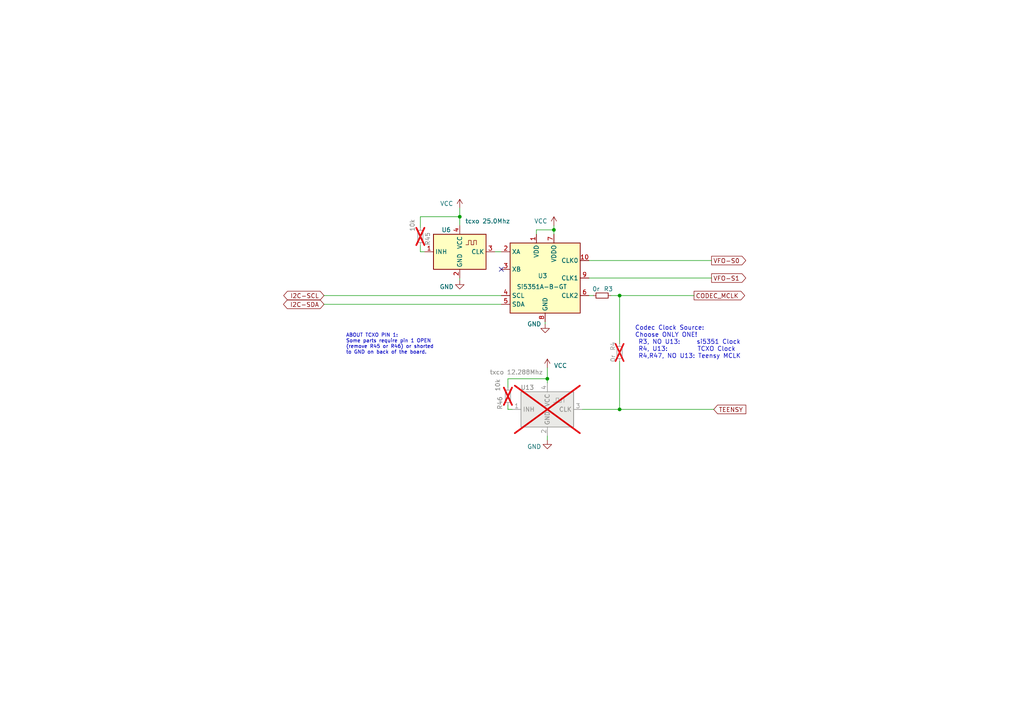
<source format=kicad_sch>
(kicad_sch (version 20230121) (generator eeschema)
  (paper "A4")
  (title_block (title "HF IQ Transceiver PiggyBack for Pi (not a hat)") (date "2024-01-21") (rev "2.0-1") (company "AE0GL: Mario P. Vano") (comment 1 "Sheet 1: Power Supplies, Headset and GPIO"))
  (lib_symbols
    (symbol "Device:R_Small" (pin_numbers hide) (pin_names (offset 0.254) hide)
      (property "Reference" "R" (at 0.762 0.508 0))
      (property "Value" "R_Small" (at 0.762 -1.016 0))
      (symbol "R_Small_0_1"
        (rectangle (start -0.762 1.778) (end 0.762 -1.778) (stroke (width 0.2032)))
      )
      (symbol "R_Small_1_1"
        (pin passive line (at 0 2.54 270) (length 0.762) (name "~") (number "1"))
        (pin passive line (at 0 -2.54 90) (length 0.762) (name "~") (number "2"))
      )
    )
    (symbol "Oscillator:KC2520Z"
      (property "Reference" "U" (at 2.54 12.7 0))
      (property "Value" "KC2520Z" (at 6.35 10.16 0))
      (symbol "KC2520Z_0_1"
        (rectangle (start -7.62 5.08) (end 7.62 -5.08) (stroke (width 0.254)) (fill (type background)))
      )
      (symbol "KC2520Z_1_1"
        (polyline (pts (xy 1.778 2.032) (xy 2.54 2.032) (xy 2.54 3.302) (xy 3.302 3.302) (xy 3.302 2.032) (xy 4.064 2.032) (xy 4.064 3.302) (xy 4.826 3.302) (xy 4.826 2.032)))
        (pin input line (at -10.16 0 0) (length 2.54) (name "INH") (number "1"))
        (pin power_in line (at 0 -7.62 90) (length 2.54) (name "GND") (number "2"))
        (pin output line (at 10.16 0 180) (length 2.54) (name "CLK") (number "3"))
        (pin power_in line (at 0 7.62 270) (length 2.54) (name "VCC") (number "4"))
      )
    )
    (symbol "Oscillator:Si5351A-B-GT"
      (property "Reference" "U" (at -8.89 11.43 0))
      (property "Value" "Si5351A-B-GT" (at -12.7 -12.7 0))
      (symbol "Si5351A-B-GT_0_1"
        (rectangle (start -10.16 10.16) (end 10.16 -10.16) (stroke (width 0.254)) (fill (type background)))
      )
      (symbol "Si5351A-B-GT_1_1"
        (pin power_in line (at -2.54 12.7 270) (length 2.54) (name "VDD") (number "1"))
        (pin output line (at 12.7 5.08 180) (length 2.54) (name "CLK0") (number "10"))
        (pin input line (at -12.7 7.62 0) (length 2.54) (name "XA") (number "2"))
        (pin input line (at -12.7 2.54 0) (length 2.54) (name "XB") (number "3"))
        (pin input line (at -12.7 -5.08 0) (length 2.54) (name "SCL") (number "4"))
        (pin bidirectional line (at -12.7 -7.62 0) (length 2.54) (name "SDA") (number "5"))
        (pin output line (at 12.7 -5.08 180) (length 2.54) (name "CLK2") (number "6"))
        (pin power_in line (at 2.54 12.7 270) (length 2.54) (name "VDDO") (number "7"))
        (pin power_in line (at 0 -12.7 90) (length 2.54) (name "GND") (number "8"))
        (pin output line (at 12.7 0 180) (length 2.54) (name "CLK1") (number "9"))
      )
    )
    (symbol "power:GND" (power) (pin_names (offset 0))
      (property "Value" "GND" (at 0 -3.81 0))
      (symbol "GND_0_1"
        (polyline (pts (xy 0 0) (xy 0 -1.27) (xy 1.27 -1.27) (xy 0 -2.54) (xy -1.27 -1.27) (xy 0 -1.27)))
      )
      (symbol "GND_1_1"
        (pin power_in line (at 0 0 270) (length 0) hide (name "GND") (number "1"))
      )
    )
    (symbol "power:VCC" (power) (pin_names (offset 0))
      (property "Value" "VCC" (at 0 3.81 0))
      (symbol "VCC_0_1"
        (polyline (pts (xy -0.762 1.27) (xy 0 2.54)))
        (polyline (pts (xy 0 0) (xy 0 2.54)))
        (polyline (pts (xy 0 2.54) (xy 0.762 1.27)))
      )
      (symbol "VCC_1_1"
        (pin power_in line (at 0 0 90) (length 0) hide (name "VCC") (number "1"))
      )
    )
  )
  (junction (at 133.35 62.865))
  (junction (at 179.705 118.745))
  (junction (at 179.705 85.725))
  (junction (at 160.655 66.675))
  (junction (at 158.75 109.855))
  (no_connect (at 145.415 78.105))
  (wire (pts (xy 147.32 109.855) (xy 158.75 109.855)))
  (wire (pts (xy 168.91 118.745) (xy 179.705 118.745)))
  (wire (pts (xy 148.59 118.745) (xy 147.32 118.745)))
  (wire (pts (xy 160.655 66.675) (xy 160.655 65.405)))
  (wire (pts (xy 179.705 118.745) (xy 207.01 118.745)))
  (wire (pts (xy 147.32 112.395) (xy 147.32 109.855)))
  (wire (pts (xy 155.575 66.675) (xy 155.575 67.945)))
  (wire (pts (xy 158.75 109.855) (xy 158.75 111.125)))
  (wire (pts (xy 160.655 66.675) (xy 160.655 67.945)))
  (wire (pts (xy 179.705 85.725) (xy 201.295 85.725)))
  (wire (pts (xy 170.815 75.565) (xy 206.375 75.565)))
  (wire (pts (xy 160.655 66.675) (xy 155.575 66.675)))
  (wire (pts (xy 158.75 106.68) (xy 158.75 109.855)))
  (wire (pts (xy 121.92 71.12) (xy 121.92 73.025)))
  (wire (pts (xy 179.705 85.725) (xy 177.165 85.725)))
  (wire (pts (xy 133.35 60.325) (xy 133.35 62.865)))
  (wire (pts (xy 170.815 80.645) (xy 206.375 80.645)))
  (wire (pts (xy 143.51 73.025) (xy 145.415 73.025)))
  (wire (pts (xy 93.98 88.265) (xy 145.415 88.265)))
  (wire (pts (xy 147.32 117.475) (xy 147.32 118.745)))
  (wire (pts (xy 121.92 66.04) (xy 121.92 62.865)))
  (wire (pts (xy 121.92 62.865) (xy 133.35 62.865)))
  (wire (pts (xy 133.35 62.865) (xy 133.35 65.405)))
  (wire (pts (xy 123.19 73.025) (xy 121.92 73.025)))
  (wire (pts (xy 179.705 104.775) (xy 179.705 118.745)))
  (wire (pts (xy 133.35 80.645) (xy 133.35 81.28)))
  (wire (pts (xy 93.98 85.725) (xy 145.415 85.725)))
  (wire (pts (xy 170.815 85.725) (xy 172.085 85.725)))
  (wire (pts (xy 179.705 85.725) (xy 179.705 99.695)))
  (wire (pts (xy 158.115 93.345) (xy 158.115 93.98)))
  (wire (pts (xy 158.75 126.365) (xy 158.75 127.635)))
  (text "ABOUT TCXO PIN 1:\nSome parts require pin 1 OPEN\n(remove R45 or R46) or shorted\nto GND on back of the board." (at 100.33 102.87 0) (effects (font (size 1.016 1.016)) (justify left bottom)))
  (text "Codec Clock Source:\nChoose ONLY ONE!\n R3, NO U13:     si5351 Clock\n R4, U13:         TCXO Clock\n R4,R47, NO U13: Teensy MCLK" (at 184.15 104.14 0) (effects (font (size 1.27 1.27)) (justify left bottom)))
  (global_label "I2C-SCL" (shape bidirectional) (at 93.98 85.725 180) (property "Intersheetrefs" "${INTERSHEET_REFS}" (effects hide)))
  (global_label "CODEC_MCLK" (shape output) (at 201.295 85.725 0) (property "Intersheetrefs" "${INTERSHEET_REFS}" (effects hide)))
  (global_label "VFO-S0" (shape output) (at 206.375 75.565 0) (property "Intersheetrefs" "${INTERSHEET_REFS}" (effects hide)))
  (global_label "TEENSY" (shape input) (at 207.01 118.745 0) (property "Intersheetrefs" "${INTERSHEET_REFS}" (effects hide)))
  (global_label "VFO-S1" (shape output) (at 206.375 80.645 0) (property "Intersheetrefs" "${INTERSHEET_REFS}" (effects hide)))
  (global_label "I2C-SDA" (shape bidirectional) (at 93.98 88.265 180) (property "Intersheetrefs" "${INTERSHEET_REFS}" (effects hide)))
  (symbol (lib_id "power:VCC") (at 133.35 60.325 0) (unit 1)
    (property "Reference" "#PWR02" (effects hide))
    (property "Value" "VCC" (at 129.54 59.055 0))
  )
  (symbol (lib_id "power:GND") (at 158.75 127.635 0) (unit 1)
    (property "Reference" "#PWR076" (effects hide))
    (property "Value" "GND" (at 154.94 129.54 0))
  )
  (symbol (lib_id "power:VCC") (at 158.75 106.68 0) (unit 1)
    (property "Reference" "#PWR033" (effects hide))
    (property "Value" "VCC" (at 162.56 106.045 0))
  )
  (symbol (lib_id "power:GND") (at 133.35 81.28 0) (unit 1)
    (property "Reference" "#PWR08" (effects hide))
    (property "Value" "GND" (at 129.54 83.185 0))
  )
  (symbol (lib_id "power:GND") (at 158.115 93.98 0) (unit 1)
    (property "Reference" "#PWR014" (effects hide))
    (property "Value" "GND" (at 154.94 93.98 0))
  )
  (symbol (lib_id "Device:R_Small") (at 147.32 114.935 0) (unit 1) (dnp yes)
    (property "Reference" "R46" (at 145.0086 118.8466 90) (effects (justify left)))
    (property "Value" "10k" (at 144.3736 113.538 90) (effects (justify left)))
    (property "Footprint" "Resistor_SMD:R_0603_1608Metric" (effects hide))
    (property "DigiKey Part Number" "RMCF0603FT10K0CT-ND" (effects hide))
    (property "Description" "RES 10K OHM 1% 1/10W 0603" (effects hide))
    (property "Manufacturer_Part_Number" "RMCF0603FT10K0" (effects hide))
    (property "Manufacturer_Name" "Stackpole Electronics Inc" (effects hide))
  )
  (symbol (lib_id "Device:R_Small") (at 179.705 102.235 0) (mirror x) (unit 1) (in_bom no) (dnp yes)
    (property "Reference" "R4" (at 177.8 99.06 90) (effects (justify left)))
    (property "Value" "0r" (at 177.8 102.87 90) (effects (justify left)))
    (property "Footprint" "Resistor_SMD:R_0603_1608Metric" (effects hide))
    (property "DigiKey Part Number" "RMCF0603ZT0R00CT-ND" (effects hide))
    (property "Description" "RES 0 OHM JUMPER 1/10W 0603" (effects hide))
    (property "Manufacturer_Name" "Stackpole Electronics Inc" (effects hide))
    (property "Manufacturer_Part_Number" "RMCF0603ZT0R00" (effects hide))
  )
  (symbol (lib_id "Device:R_Small") (at 121.92 68.58 0) (unit 1) (dnp yes)
    (property "Reference" "R45" (at 124.0536 71.2216 90) (effects (justify left)))
    (property "Value" "10k" (at 119.6086 67.183 90) (effects (justify left)))
    (property "Footprint" "Resistor_SMD:R_0603_1608Metric" (effects hide))
    (property "DigiKey Part Number" "RMCF0603FT10K0CT-ND" (effects hide))
    (property "Description" "RES 10K OHM 1% 1/10W 0603" (effects hide))
    (property "Manufacturer_Part_Number" "RMCF0603FT10K0" (effects hide))
    (property "Manufacturer_Name" "Stackpole Electronics Inc" (effects hide))
  )
  (symbol (lib_id "Device:R_Small") (at 174.625 85.725 90) (mirror x) (unit 1)
    (property "Reference" "R3" (at 177.8 83.82 90) (effects (justify left)))
    (property "Value" "0r" (at 173.99 83.82 90) (effects (justify left)))
    (property "Footprint" "Resistor_SMD:R_0603_1608Metric" (effects hide))
    (property "DigiKey Part Number" "RMCF0603ZT0R00CT-ND" (effects hide))
    (property "Description" "RES 0 OHM JUMPER 1/10W 0603" (effects hide))
    (property "Manufacturer_Name" "Stackpole Electronics Inc" (effects hide))
    (property "Manufacturer_Part_Number" "RMCF0603ZT0R00" (effects hide))
  )
  (symbol (lib_id "power:VCC") (at 160.655 65.405 0) (unit 1)
    (property "Reference" "#PWR028" (effects hide))
    (property "Value" "VCC" (at 156.845 64.135 0))
  )
  (symbol (lib_id "Oscillator:KC2520Z") (at 133.35 73.025 0) (unit 1)
    (property "Reference" "U6" (at 130.81 66.6749 0) (effects (justify right)))
    (property "Value" "tcxo 25.0Mhz" (at 147.955 64.135 0) (effects (justify right)))
    (property "Footprint" "Oscillator:Oscillator_SMD_Kyocera_KC2520Z-4Pin_2.5x2.0mm" (effects hide))
    (property "Datasheet" "https://global.kyocera.com/prdct/electro/product/pdf/clock_z_xz_e.pdf" (effects hide))
    (property "DigiKey Part Number" "1664-1273-1-ND" (effects hide))
    (property "Description" "XTAL OSC TCXO 25.0000MHZ SNWV" (effects hide))
    (property "Manufacturer_Name" "Taitien" (effects hide))
    (property "Manufacturer_Part_Number" "TXETCLSANF-25.000000" (effects hide))
  )
  (symbol (lib_id "Oscillator:Si5351A-B-GT") (at 158.115 80.645 0) (unit 1)
    (property "Reference" "U3" (at 158.75 80.01 0) (effects (justify right)))
    (property "Value" "Si5351A-B-GT" (at 164.465 83.185 0) (effects (justify right)))
    (property "Footprint" "Package_SO:MSOP-10_3x3mm_P0.5mm" (effects hide))
    (property "Datasheet" "https://www.silabs.com/documents/public/data-sheets/Si5351-B.pdf" (effects hide))
    (property "DigiKey Part Number" "336-2399-5-ND" (effects hide))
    (property "Description" "IC CLOCK GENERATOR 10MSOP" (effects hide))
    (property "Manufacturer_Name" "Skyworks Solutions Inc." (effects hide))
    (property "Manufacturer_Part_Number" "SI5351A-B-GT" (effects hide))
  )
  (symbol (lib_id "Oscillator:KC2520Z") (at 158.75 118.745 0) (unit 1) (in_bom no) (dnp yes)
    (property "Reference" "U13" (at 154.94 112.3949 0) (effects (justify right)))
    (property "Value" "txco 12.288Mhz" (at 157.48 107.95 0) (effects (justify right)))
    (property "Footprint" "Oscillator:Oscillator_SMD_Kyocera_KC2520Z-4Pin_2.5x2.0mm" (effects hide))
    (property "Datasheet" "https://global.kyocera.com/prdct/electro/product/pdf/clock_z_xz_e.pdf" (effects hide))
    (property "DigiKey Part Number" "50-ECS-TXO-3225MV-122.8-CT-ND" (effects hide))
    (property "Description" "XTAL OSC TCXO 12.288MHZ HCMOS" (effects hide))
    (property "Manufacturer_Name" "ECS Inc." (effects hide))
    (property "Manufacturer_Part_Number" "ECS-TXO-3225MV-122.8-TR" (effects hide))
  )
)
</source>
